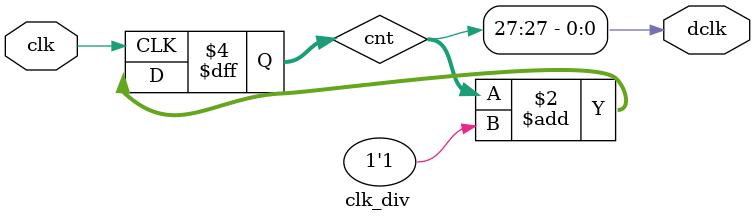
<source format=v>
module dclk_test(
  input wire clk, 
  output wire[2:0] dgt
); 
	wire dclk; 
  clk_div clk_div0(clk, dclk); 
  fetch fetch0(dclk, dgt); 
endmodule 

module fetch(
  input wire dclk, 
  output reg[2:0] dgt 
); 
  initial dgt <= 3'b0; 
  always @ (posedge dclk) begin 
    dgt <= dgt + 1'b1; 
  end 
endmodule 

module clk_div(
  input wire clk, 
  output wire dclk 
); 
  reg[27:0] cnt; initial cnt <= 28'b0; 

  always @ (posedge clk) begin 
    cnt <= cnt + 1'b1; 
  end
  assign dclk = cnt[27];  
endmodule 
</source>
